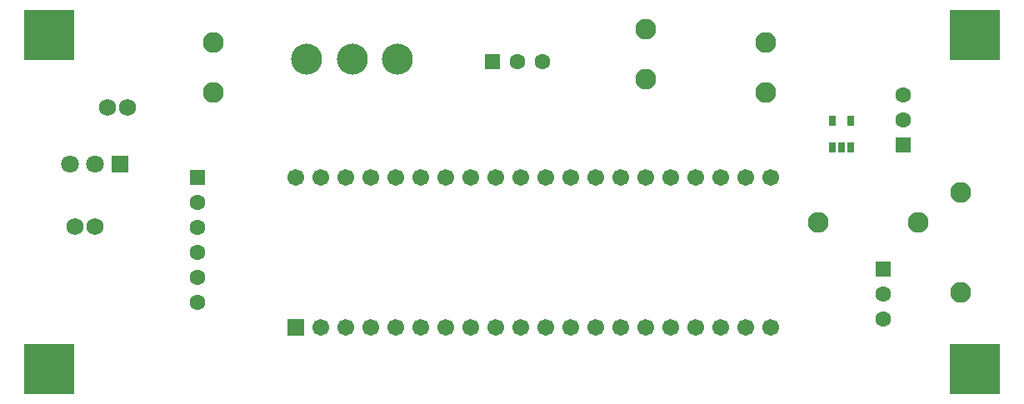
<source format=gbs>
G04*
G04 #@! TF.GenerationSoftware,Altium Limited,Altium Designer,19.1.5 (86)*
G04*
G04 Layer_Color=16711935*
%FSLAX25Y25*%
%MOIN*%
G70*
G01*
G75*
%ADD14C,0.12400*%
%ADD15C,0.06699*%
%ADD16R,0.06699X0.06699*%
%ADD17C,0.06306*%
%ADD18R,0.06306X0.06306*%
%ADD19C,0.08300*%
%ADD21R,0.06306X0.06306*%
%ADD22R,0.20085X0.20085*%
%ADD23R,0.20085X0.20085*%
%ADD24C,0.06800*%
%ADD26R,0.07093X0.07093*%
%ADD27C,0.07093*%
%ADD46R,0.02762X0.04337*%
D14*
X114779Y136000D02*
D03*
X132890D02*
D03*
X151000D02*
D03*
D15*
X300500Y88500D02*
D03*
X290500D02*
D03*
X280500D02*
D03*
X270500D02*
D03*
X250500D02*
D03*
X240500D02*
D03*
X230500D02*
D03*
X220500D02*
D03*
X210500D02*
D03*
X200500D02*
D03*
X190500D02*
D03*
X180500D02*
D03*
X170500D02*
D03*
X160500D02*
D03*
X150500D02*
D03*
X140500D02*
D03*
X130500D02*
D03*
X120500D02*
D03*
X110500D02*
D03*
X260500D02*
D03*
X300500Y28500D02*
D03*
X290500D02*
D03*
X280500D02*
D03*
X270500D02*
D03*
X260500D02*
D03*
X250500D02*
D03*
X240500D02*
D03*
X230500D02*
D03*
X220500D02*
D03*
X210500D02*
D03*
X200500D02*
D03*
X190500D02*
D03*
X180500D02*
D03*
X170500D02*
D03*
X160500D02*
D03*
X150500D02*
D03*
X140500D02*
D03*
X130500D02*
D03*
X120500D02*
D03*
D16*
X110500D02*
D03*
D17*
X353500Y111500D02*
D03*
Y121500D02*
D03*
X345500Y32000D02*
D03*
Y42000D02*
D03*
X71000Y38500D02*
D03*
Y48500D02*
D03*
Y58500D02*
D03*
Y68500D02*
D03*
Y78500D02*
D03*
X199000Y135000D02*
D03*
X209000D02*
D03*
D18*
X353500Y101500D02*
D03*
X345500Y52000D02*
D03*
X71000Y88500D02*
D03*
D19*
X298500Y142500D02*
D03*
Y122500D02*
D03*
X376500Y42500D02*
D03*
Y82500D02*
D03*
X77500Y122500D02*
D03*
Y142500D02*
D03*
X319500Y70500D02*
D03*
X359500D02*
D03*
X250500Y128000D02*
D03*
Y148000D02*
D03*
D21*
X189000Y135000D02*
D03*
D22*
X11811Y145669D02*
D03*
Y11811D02*
D03*
X381890Y145669D02*
D03*
D23*
Y11811D02*
D03*
D24*
X30000Y69000D02*
D03*
X22126D02*
D03*
X35063Y116500D02*
D03*
X42937D02*
D03*
D26*
X40000Y94000D02*
D03*
D27*
X30000D02*
D03*
X20000D02*
D03*
D46*
X332500Y111327D02*
D03*
X325020D02*
D03*
Y100500D02*
D03*
X328760D02*
D03*
X332500D02*
D03*
M02*

</source>
